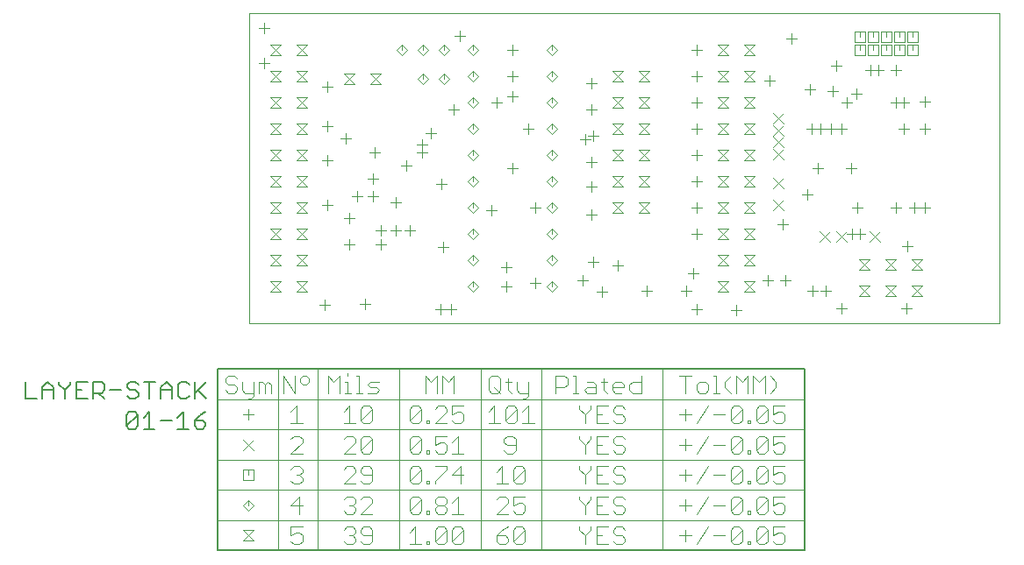
<source format=gbr>
G75*
G70*
%OFA0B0*%
%FSLAX24Y24*%
%IPPOS*%
%LPD*%
%AMOC8*
5,1,8,0,0,1.08239X$1,22.5*
%
%ADD10C,0.0000*%
%ADD11C,0.0060*%
%ADD12C,0.0040*%
%ADD13C,0.0080*%
D10*
X008885Y008783D02*
X008885Y020594D01*
X037388Y020594D01*
X037388Y008783D01*
X008885Y008783D01*
D11*
X007236Y006561D02*
X006809Y006134D01*
X006916Y006240D02*
X007236Y005920D01*
X006809Y005920D02*
X006809Y006561D01*
X006591Y006454D02*
X006485Y006561D01*
X006271Y006561D01*
X006164Y006454D01*
X006164Y006027D01*
X006271Y005920D01*
X006485Y005920D01*
X006591Y006027D01*
X005947Y005920D02*
X005947Y006347D01*
X005733Y006561D01*
X005520Y006347D01*
X005520Y005920D01*
X005520Y006240D02*
X005947Y006240D01*
X005302Y006561D02*
X004875Y006561D01*
X005089Y006561D02*
X005089Y005920D01*
X004658Y006027D02*
X004658Y006134D01*
X004551Y006240D01*
X004337Y006240D01*
X004231Y006347D01*
X004231Y006454D01*
X004337Y006561D01*
X004551Y006561D01*
X004658Y006454D01*
X004658Y006027D02*
X004551Y005920D01*
X004337Y005920D01*
X004231Y006027D01*
X004013Y006240D02*
X003586Y006240D01*
X003369Y006240D02*
X003262Y006134D01*
X002942Y006134D01*
X003155Y006134D02*
X003369Y005920D01*
X003369Y006240D02*
X003369Y006454D01*
X003262Y006561D01*
X002942Y006561D01*
X002942Y005920D01*
X002724Y005920D02*
X002297Y005920D01*
X002297Y006561D01*
X002724Y006561D01*
X002510Y006240D02*
X002297Y006240D01*
X002079Y006454D02*
X002079Y006561D01*
X002079Y006454D02*
X001866Y006240D01*
X001866Y005920D01*
X001866Y006240D02*
X001652Y006454D01*
X001652Y006561D01*
X001435Y006347D02*
X001435Y005920D01*
X001435Y006240D02*
X001008Y006240D01*
X001008Y006347D02*
X001008Y005920D01*
X000790Y005920D02*
X000363Y005920D01*
X000363Y006561D01*
X001008Y006347D02*
X001221Y006561D01*
X001435Y006347D01*
X004213Y005299D02*
X004213Y004872D01*
X004640Y005299D01*
X004640Y004872D01*
X004534Y004765D01*
X004320Y004765D01*
X004213Y004872D01*
X004858Y004765D02*
X005285Y004765D01*
X005071Y004765D02*
X005071Y005406D01*
X004858Y005192D01*
X004640Y005299D02*
X004534Y005406D01*
X004320Y005406D01*
X004213Y005299D01*
X005502Y005085D02*
X005929Y005085D01*
X006147Y005192D02*
X006360Y005406D01*
X006360Y004765D01*
X006147Y004765D02*
X006574Y004765D01*
X006792Y004872D02*
X006898Y004765D01*
X007112Y004765D01*
X007219Y004872D01*
X007219Y004979D01*
X007112Y005085D01*
X006792Y005085D01*
X006792Y004872D01*
X006792Y005085D02*
X007005Y005299D01*
X007219Y005406D01*
D12*
X007683Y005890D02*
X007683Y007040D01*
X007963Y006680D02*
X008073Y006791D01*
X008294Y006791D01*
X008404Y006680D01*
X008608Y006570D02*
X008608Y006240D01*
X008718Y006130D01*
X009048Y006130D01*
X009048Y006020D02*
X008938Y005910D01*
X008828Y005910D01*
X009048Y006020D02*
X009048Y006570D01*
X009252Y006570D02*
X009363Y006570D01*
X009473Y006460D01*
X009583Y006570D01*
X009693Y006460D01*
X009693Y006130D01*
X009473Y006130D02*
X009473Y006460D01*
X009252Y006570D02*
X009252Y006130D01*
X009983Y005890D02*
X009983Y004740D01*
X009983Y003590D01*
X009983Y002440D01*
X009983Y001290D01*
X009983Y000140D01*
X011483Y000140D01*
X014583Y000140D01*
X014583Y001290D01*
X014583Y002440D01*
X014583Y003590D01*
X014583Y004740D01*
X014583Y005890D01*
X017683Y005890D01*
X017683Y004740D01*
X017683Y003590D01*
X017683Y002440D01*
X017683Y001290D01*
X017683Y000140D01*
X019983Y000140D01*
X024583Y000140D01*
X029983Y000140D01*
X029983Y001290D01*
X029983Y002440D01*
X029983Y003590D01*
X029983Y004740D01*
X029983Y005890D01*
X029983Y007040D01*
X028881Y006570D02*
X028661Y006791D01*
X028457Y006791D02*
X028457Y006130D01*
X028661Y006130D02*
X028881Y006350D01*
X028881Y006570D01*
X028457Y006791D02*
X028237Y006570D01*
X028016Y006791D01*
X028016Y006130D01*
X027812Y006130D02*
X027812Y006791D01*
X027592Y006570D01*
X027372Y006791D01*
X027372Y006130D01*
X027162Y006130D02*
X026942Y006350D01*
X026942Y006570D01*
X027162Y006791D01*
X026623Y006791D02*
X026623Y006130D01*
X026733Y006130D02*
X026512Y006130D01*
X026308Y006240D02*
X026308Y006460D01*
X026198Y006570D01*
X025978Y006570D01*
X025868Y006460D01*
X025868Y006240D01*
X025978Y006130D01*
X026198Y006130D01*
X026308Y006240D01*
X026308Y005641D02*
X025868Y004980D01*
X025444Y005090D02*
X025444Y005530D01*
X025223Y005310D02*
X025664Y005310D01*
X026512Y005310D02*
X026953Y005310D01*
X027157Y005090D02*
X027597Y005530D01*
X027597Y005090D01*
X027487Y004980D01*
X027267Y004980D01*
X027157Y005090D01*
X027157Y005530D01*
X027267Y005641D01*
X027487Y005641D01*
X027597Y005530D01*
X028124Y005530D02*
X028234Y005641D01*
X028454Y005641D01*
X028564Y005530D01*
X028124Y005090D01*
X028234Y004980D01*
X028454Y004980D01*
X028564Y005090D01*
X028564Y005530D01*
X028768Y005641D02*
X028768Y005310D01*
X028989Y005420D01*
X029099Y005420D01*
X029209Y005310D01*
X029209Y005090D01*
X029099Y004980D01*
X028878Y004980D01*
X028768Y005090D01*
X028124Y005090D02*
X028124Y005530D01*
X028768Y005641D02*
X029209Y005641D01*
X029983Y005890D02*
X024583Y005890D01*
X024583Y004740D01*
X024583Y003590D01*
X024583Y002440D01*
X024583Y001290D01*
X024583Y000140D01*
X025444Y000490D02*
X025444Y000930D01*
X025223Y000710D02*
X025664Y000710D01*
X025868Y000380D02*
X026308Y001041D01*
X026512Y000710D02*
X026953Y000710D01*
X027157Y000490D02*
X027597Y000930D01*
X027597Y000490D01*
X027487Y000380D01*
X027267Y000380D01*
X027157Y000490D01*
X027157Y000930D01*
X027267Y001041D01*
X027487Y001041D01*
X027597Y000930D01*
X028124Y000930D02*
X028234Y001041D01*
X028454Y001041D01*
X028564Y000930D01*
X028124Y000490D01*
X028234Y000380D01*
X028454Y000380D01*
X028564Y000490D01*
X028564Y000930D01*
X028768Y001041D02*
X028768Y000710D01*
X028989Y000820D01*
X029099Y000820D01*
X029209Y000710D01*
X029209Y000490D01*
X029099Y000380D01*
X028878Y000380D01*
X028768Y000490D01*
X028124Y000490D02*
X028124Y000930D01*
X028768Y001041D02*
X029209Y001041D01*
X029983Y001290D02*
X024583Y001290D01*
X019983Y001290D01*
X019983Y000140D01*
X019348Y000490D02*
X019238Y000380D01*
X019018Y000380D01*
X018908Y000490D01*
X019348Y000930D01*
X019348Y000490D01*
X018908Y000490D02*
X018908Y000930D01*
X019018Y001041D01*
X019238Y001041D01*
X019348Y000930D01*
X019983Y001290D02*
X019983Y002440D01*
X024583Y002440D01*
X029983Y002440D01*
X029209Y002191D02*
X028768Y002191D01*
X028768Y001860D01*
X028989Y001970D01*
X029099Y001970D01*
X029209Y001860D01*
X029209Y001640D01*
X029099Y001530D01*
X028878Y001530D01*
X028768Y001640D01*
X028564Y001640D02*
X028454Y001530D01*
X028234Y001530D01*
X028124Y001640D01*
X028564Y002080D01*
X028564Y001640D01*
X028124Y001640D02*
X028124Y002080D01*
X028234Y002191D01*
X028454Y002191D01*
X028564Y002080D01*
X027912Y001640D02*
X027912Y001530D01*
X027802Y001530D01*
X027802Y001640D01*
X027912Y001640D01*
X027597Y001640D02*
X027487Y001530D01*
X027267Y001530D01*
X027157Y001640D01*
X027597Y002080D01*
X027597Y001640D01*
X027157Y001640D02*
X027157Y002080D01*
X027267Y002191D01*
X027487Y002191D01*
X027597Y002080D01*
X026953Y001860D02*
X026512Y001860D01*
X026308Y002191D02*
X025868Y001530D01*
X025664Y001860D02*
X025223Y001860D01*
X025444Y002080D02*
X025444Y001640D01*
X025868Y002680D02*
X026308Y003341D01*
X026512Y003010D02*
X026953Y003010D01*
X027157Y002790D02*
X027597Y003230D01*
X027597Y002790D01*
X027487Y002680D01*
X027267Y002680D01*
X027157Y002790D01*
X027157Y003230D01*
X027267Y003341D01*
X027487Y003341D01*
X027597Y003230D01*
X028124Y003230D02*
X028234Y003341D01*
X028454Y003341D01*
X028564Y003230D01*
X028124Y002790D01*
X028234Y002680D01*
X028454Y002680D01*
X028564Y002790D01*
X028564Y003230D01*
X028768Y003341D02*
X028768Y003010D01*
X028989Y003120D01*
X029099Y003120D01*
X029209Y003010D01*
X029209Y002790D01*
X029099Y002680D01*
X028878Y002680D01*
X028768Y002790D01*
X028124Y002790D02*
X028124Y003230D01*
X028768Y003341D02*
X029209Y003341D01*
X029099Y003830D02*
X028878Y003830D01*
X028768Y003940D01*
X028564Y003940D02*
X028454Y003830D01*
X028234Y003830D01*
X028124Y003940D01*
X028564Y004380D01*
X028564Y003940D01*
X028768Y004160D02*
X028989Y004270D01*
X029099Y004270D01*
X029209Y004160D01*
X029209Y003940D01*
X029099Y003830D01*
X028768Y004160D02*
X028768Y004491D01*
X029209Y004491D01*
X028564Y004380D02*
X028454Y004491D01*
X028234Y004491D01*
X028124Y004380D01*
X028124Y003940D01*
X027912Y003940D02*
X027912Y003830D01*
X027802Y003830D01*
X027802Y003940D01*
X027912Y003940D01*
X027597Y003940D02*
X027487Y003830D01*
X027267Y003830D01*
X027157Y003940D01*
X027597Y004380D01*
X027597Y003940D01*
X027157Y003940D02*
X027157Y004380D01*
X027267Y004491D01*
X027487Y004491D01*
X027597Y004380D01*
X027802Y004980D02*
X027912Y004980D01*
X027912Y005090D01*
X027802Y005090D01*
X027802Y004980D01*
X026953Y004160D02*
X026512Y004160D01*
X026308Y004491D02*
X025868Y003830D01*
X025444Y003940D02*
X025444Y004380D01*
X025223Y004160D02*
X025664Y004160D01*
X024583Y003590D02*
X029983Y003590D01*
X029983Y004740D02*
X024583Y004740D01*
X019983Y004740D01*
X019983Y003590D01*
X019983Y002440D01*
X017683Y002440D01*
X014583Y002440D01*
X011483Y002440D01*
X011483Y001290D01*
X011483Y000140D01*
X010894Y000490D02*
X010784Y000380D01*
X010563Y000380D01*
X010453Y000490D01*
X010453Y000710D02*
X010674Y000820D01*
X010784Y000820D01*
X010894Y000710D01*
X010894Y000490D01*
X010453Y000710D02*
X010453Y001041D01*
X010894Y001041D01*
X011483Y001290D02*
X014583Y001290D01*
X017683Y001290D01*
X019983Y001290D01*
X019348Y001640D02*
X019238Y001530D01*
X019018Y001530D01*
X018908Y001640D01*
X018908Y001860D02*
X019128Y001970D01*
X019238Y001970D01*
X019348Y001860D01*
X019348Y001640D01*
X018908Y001860D02*
X018908Y002191D01*
X019348Y002191D01*
X019238Y002680D02*
X019018Y002680D01*
X018908Y002790D01*
X019348Y003230D01*
X019348Y002790D01*
X019238Y002680D01*
X018908Y002790D02*
X018908Y003230D01*
X019018Y003341D01*
X019238Y003341D01*
X019348Y003230D01*
X019983Y003590D02*
X024583Y003590D01*
X025444Y003230D02*
X025444Y002790D01*
X025223Y003010D02*
X025664Y003010D01*
X027802Y002790D02*
X027912Y002790D01*
X027912Y002680D01*
X027802Y002680D01*
X027802Y002790D01*
X027802Y000490D02*
X027912Y000490D01*
X027912Y000380D01*
X027802Y000380D01*
X027802Y000490D01*
X023143Y000490D02*
X023033Y000380D01*
X022813Y000380D01*
X022702Y000490D01*
X022498Y000380D02*
X022058Y000380D01*
X022058Y001041D01*
X022498Y001041D01*
X022702Y000930D02*
X022702Y000820D01*
X022813Y000710D01*
X023033Y000710D01*
X023143Y000600D01*
X023143Y000490D01*
X023143Y000930D02*
X023033Y001041D01*
X022813Y001041D01*
X022702Y000930D01*
X022278Y000710D02*
X022058Y000710D01*
X021854Y000930D02*
X021854Y001041D01*
X021854Y000930D02*
X021634Y000710D01*
X021634Y000380D01*
X021634Y000710D02*
X021413Y000930D01*
X021413Y001041D01*
X021634Y001530D02*
X021634Y001860D01*
X021854Y002080D01*
X021854Y002191D01*
X022058Y002191D02*
X022058Y001530D01*
X022498Y001530D01*
X022702Y001640D02*
X022813Y001530D01*
X023033Y001530D01*
X023143Y001640D01*
X023143Y001750D01*
X023033Y001860D01*
X022813Y001860D01*
X022702Y001970D01*
X022702Y002080D01*
X022813Y002191D01*
X023033Y002191D01*
X023143Y002080D01*
X022498Y002191D02*
X022058Y002191D01*
X021634Y001860D02*
X021413Y002080D01*
X021413Y002191D01*
X021634Y002680D02*
X021634Y003010D01*
X021854Y003230D01*
X021854Y003341D01*
X022058Y003341D02*
X022058Y002680D01*
X022498Y002680D01*
X022702Y002790D02*
X022813Y002680D01*
X023033Y002680D01*
X023143Y002790D01*
X023143Y002900D01*
X023033Y003010D01*
X022813Y003010D01*
X022702Y003120D01*
X022702Y003230D01*
X022813Y003341D01*
X023033Y003341D01*
X023143Y003230D01*
X022498Y003341D02*
X022058Y003341D01*
X021634Y003010D02*
X021413Y003230D01*
X021413Y003341D01*
X021634Y003830D02*
X021634Y004160D01*
X021854Y004380D01*
X021854Y004491D01*
X022058Y004491D02*
X022058Y003830D01*
X022498Y003830D01*
X022702Y003940D02*
X022813Y003830D01*
X023033Y003830D01*
X023143Y003940D01*
X023143Y004050D01*
X023033Y004160D01*
X022813Y004160D01*
X022702Y004270D01*
X022702Y004380D01*
X022813Y004491D01*
X023033Y004491D01*
X023143Y004380D01*
X023033Y004980D02*
X022813Y004980D01*
X022702Y005090D01*
X022498Y004980D02*
X022058Y004980D01*
X022058Y005641D01*
X022498Y005641D01*
X022702Y005530D02*
X022702Y005420D01*
X022813Y005310D01*
X023033Y005310D01*
X023143Y005200D01*
X023143Y005090D01*
X023033Y004980D01*
X022498Y004491D02*
X022058Y004491D01*
X022058Y004160D02*
X022278Y004160D01*
X021634Y004160D02*
X021413Y004380D01*
X021413Y004491D01*
X021634Y004980D02*
X021634Y005310D01*
X021854Y005530D01*
X021854Y005641D01*
X021634Y005310D02*
X021413Y005530D01*
X021413Y005641D01*
X021388Y006130D02*
X021168Y006130D01*
X021278Y006130D02*
X021278Y006791D01*
X021168Y006791D01*
X020964Y006680D02*
X020964Y006460D01*
X020854Y006350D01*
X020523Y006350D01*
X020523Y006130D02*
X020523Y006791D01*
X020854Y006791D01*
X020964Y006680D01*
X021708Y006570D02*
X021928Y006570D01*
X022038Y006460D01*
X022038Y006130D01*
X021708Y006130D01*
X021598Y006240D01*
X021708Y006350D01*
X022038Y006350D01*
X022242Y006570D02*
X022462Y006570D01*
X022352Y006680D02*
X022352Y006240D01*
X022462Y006130D01*
X022672Y006240D02*
X022672Y006460D01*
X022782Y006570D01*
X023002Y006570D01*
X023112Y006460D01*
X023112Y006350D01*
X022672Y006350D01*
X022672Y006240D02*
X022782Y006130D01*
X023002Y006130D01*
X023316Y006240D02*
X023316Y006460D01*
X023426Y006570D01*
X023757Y006570D01*
X023757Y006791D02*
X023757Y006130D01*
X023426Y006130D01*
X023316Y006240D01*
X023033Y005641D02*
X022813Y005641D01*
X022702Y005530D01*
X023033Y005641D02*
X023143Y005530D01*
X022278Y005310D02*
X022058Y005310D01*
X019983Y004740D02*
X019983Y005890D01*
X024583Y005890D01*
X024583Y007040D01*
X025223Y006791D02*
X025664Y006791D01*
X025444Y006791D02*
X025444Y006130D01*
X026512Y006791D02*
X026623Y006791D01*
X027385Y009103D02*
X027385Y009503D01*
X027185Y009303D02*
X027585Y009303D01*
X027685Y009983D02*
X028085Y009983D01*
X027685Y010383D01*
X028085Y010383D01*
X027685Y009983D01*
X027085Y009983D02*
X026685Y010383D01*
X027085Y010383D01*
X026685Y009983D01*
X027085Y009983D01*
X026085Y009333D02*
X025685Y009333D01*
X025885Y009533D02*
X025885Y009133D01*
X025485Y009833D02*
X025485Y010233D01*
X025285Y010033D02*
X025685Y010033D01*
X025735Y010483D02*
X025735Y010883D01*
X025535Y010683D02*
X025935Y010683D01*
X026685Y010983D02*
X027085Y010983D01*
X026685Y011383D01*
X027085Y011383D01*
X026685Y010983D01*
X027685Y010983D02*
X028085Y010983D01*
X027685Y011383D01*
X028085Y011383D01*
X027685Y010983D01*
X028385Y010433D02*
X028785Y010433D01*
X029035Y010433D02*
X029435Y010433D01*
X029235Y010633D02*
X029235Y010233D01*
X028585Y010233D02*
X028585Y010633D01*
X030085Y010033D02*
X030485Y010033D01*
X030585Y010033D02*
X030985Y010033D01*
X030785Y010233D02*
X030785Y009833D01*
X030285Y009833D02*
X030285Y010233D01*
X031385Y009563D02*
X031385Y009163D01*
X031185Y009363D02*
X031585Y009363D01*
X032035Y009833D02*
X032435Y009833D01*
X032035Y010233D01*
X032435Y010233D01*
X032035Y009833D01*
X033035Y009833D02*
X033435Y009833D01*
X033035Y010233D01*
X033435Y010233D01*
X033035Y009833D01*
X033635Y009363D02*
X034035Y009363D01*
X033835Y009563D02*
X033835Y009163D01*
X034035Y009833D02*
X034435Y009833D01*
X034035Y010233D01*
X034435Y010233D01*
X034035Y009833D01*
X034035Y010833D02*
X034435Y010833D01*
X034035Y011233D01*
X034435Y011233D01*
X034035Y010833D01*
X033435Y010833D02*
X033035Y011233D01*
X033435Y011233D01*
X033035Y010833D01*
X033435Y010833D01*
X032435Y010833D02*
X032035Y011233D01*
X032435Y011233D01*
X032035Y010833D01*
X032435Y010833D01*
X033881Y011533D02*
X033881Y011933D01*
X033681Y011733D02*
X034081Y011733D01*
X032835Y011883D02*
X032435Y012283D01*
X032285Y012183D02*
X031585Y012183D01*
X031585Y012283D02*
X031185Y011883D01*
X030935Y011883D02*
X030535Y012283D01*
X030935Y012283D02*
X030535Y011883D01*
X031185Y012283D02*
X031585Y011883D01*
X031785Y011983D02*
X031785Y012383D01*
X032085Y012383D02*
X032085Y011983D01*
X032435Y011883D02*
X032835Y012283D01*
X033435Y012983D02*
X033435Y013383D01*
X033235Y013183D02*
X033635Y013183D01*
X033955Y013183D02*
X034735Y013183D01*
X034535Y013383D02*
X034535Y012983D01*
X034155Y012983D02*
X034155Y013383D01*
X032185Y013183D02*
X031785Y013183D01*
X031985Y013383D02*
X031985Y012983D01*
X030285Y013683D02*
X029885Y013683D01*
X030085Y013883D02*
X030085Y013483D01*
X029185Y013483D02*
X028785Y013083D01*
X028785Y013483D02*
X029185Y013083D01*
X029135Y012763D02*
X029135Y012363D01*
X028935Y012563D02*
X029335Y012563D01*
X028085Y012383D02*
X027685Y011983D01*
X028085Y011983D01*
X027685Y012383D01*
X028085Y012383D01*
X028085Y012983D02*
X027685Y012983D01*
X028085Y013383D01*
X027685Y013383D01*
X028085Y012983D01*
X027085Y012983D02*
X026685Y013383D01*
X027085Y013383D01*
X026685Y012983D01*
X027085Y012983D01*
X027085Y012383D02*
X026685Y012383D01*
X027085Y011983D01*
X026685Y011983D01*
X027085Y012383D01*
X026085Y012183D02*
X025685Y012183D01*
X025885Y012383D02*
X025885Y011983D01*
X025885Y012983D02*
X025885Y013383D01*
X025685Y013183D02*
X026085Y013183D01*
X025885Y013983D02*
X025885Y014383D01*
X025685Y014183D02*
X026085Y014183D01*
X026685Y014383D02*
X027085Y013983D01*
X026685Y013983D01*
X027085Y014383D01*
X026685Y014383D01*
X026685Y014983D02*
X027085Y014983D01*
X026685Y015383D01*
X027085Y015383D01*
X026685Y014983D01*
X026085Y015183D02*
X025685Y015183D01*
X025885Y015383D02*
X025885Y014983D01*
X025885Y015983D02*
X025885Y016383D01*
X025685Y016183D02*
X026085Y016183D01*
X026685Y016383D02*
X027085Y015983D01*
X026685Y015983D01*
X027085Y016383D01*
X026685Y016383D01*
X026685Y016983D02*
X027085Y016983D01*
X026685Y017383D01*
X027085Y017383D01*
X026685Y016983D01*
X026085Y017183D02*
X025685Y017183D01*
X025885Y017383D02*
X025885Y016983D01*
X025885Y017983D02*
X025885Y018383D01*
X025685Y018183D02*
X026085Y018183D01*
X026685Y018383D02*
X027085Y017983D01*
X026685Y017983D01*
X027085Y018383D01*
X026685Y018383D01*
X026685Y018983D02*
X027085Y018983D01*
X026685Y019383D01*
X027085Y019383D01*
X026685Y018983D01*
X026085Y019183D02*
X025685Y019183D01*
X025885Y019383D02*
X025885Y018983D01*
X024085Y018383D02*
X023685Y017983D01*
X024085Y017983D01*
X023685Y018383D01*
X024085Y018383D01*
X023085Y018383D02*
X022685Y017983D01*
X023085Y017983D01*
X022685Y018383D01*
X023085Y018383D01*
X022085Y017933D02*
X021685Y017933D01*
X021885Y018133D02*
X021885Y017733D01*
X021885Y017133D02*
X021885Y016733D01*
X021685Y016933D02*
X022085Y016933D01*
X022685Y016983D02*
X023085Y016983D01*
X022685Y017383D01*
X023085Y017383D01*
X022685Y016983D01*
X023685Y016983D02*
X024085Y016983D01*
X023685Y017383D01*
X024085Y017383D01*
X023685Y016983D01*
X023685Y016383D02*
X024085Y015983D01*
X023685Y015983D01*
X024085Y016383D01*
X023685Y016383D01*
X023085Y016383D02*
X022685Y015983D01*
X023085Y015983D01*
X022685Y016383D01*
X023085Y016383D01*
X022135Y015933D02*
X021735Y015933D01*
X021635Y015983D02*
X021635Y015583D01*
X021435Y015783D02*
X021835Y015783D01*
X021935Y015733D02*
X021935Y016133D01*
X020585Y016183D02*
X020385Y015983D01*
X020185Y016183D01*
X020385Y016383D01*
X020585Y016183D01*
X020385Y016183D02*
X020385Y016383D01*
X019685Y016183D02*
X019285Y016183D01*
X019485Y016383D02*
X019485Y015983D01*
X020185Y015183D02*
X020385Y015383D01*
X020585Y015183D01*
X020385Y014983D01*
X020185Y015183D01*
X020385Y015183D02*
X020385Y015383D01*
X021685Y014933D02*
X022085Y014933D01*
X021885Y015133D02*
X021885Y014733D01*
X021885Y014183D02*
X021885Y013783D01*
X021685Y013983D02*
X022085Y013983D01*
X022685Y013983D02*
X023085Y013983D01*
X022685Y014383D01*
X023085Y014383D01*
X022685Y013983D01*
X023685Y013983D02*
X024085Y013983D01*
X023685Y014383D01*
X024085Y014383D01*
X023685Y013983D01*
X023685Y013383D02*
X024085Y012983D01*
X023685Y012983D01*
X024085Y013383D01*
X023685Y013383D01*
X023085Y013383D02*
X022685Y012983D01*
X023085Y012983D01*
X022685Y013383D01*
X023085Y013383D01*
X022085Y012933D02*
X021685Y012933D01*
X021885Y013133D02*
X021885Y012733D01*
X020585Y013183D02*
X020385Y012983D01*
X020185Y013183D01*
X020385Y013383D01*
X020585Y013183D01*
X020385Y013183D02*
X020385Y013383D01*
X019935Y013183D02*
X019535Y013183D01*
X019735Y013383D02*
X019735Y012983D01*
X020385Y012383D02*
X020185Y012183D01*
X020385Y011983D01*
X020585Y012183D01*
X020385Y012383D01*
X020385Y012183D01*
X020385Y011383D02*
X020185Y011183D01*
X020385Y010983D01*
X020585Y011183D01*
X020385Y011383D01*
X020385Y011183D01*
X019735Y010533D02*
X019735Y010133D01*
X019535Y010333D02*
X019935Y010333D01*
X020185Y010183D02*
X020385Y010383D01*
X020585Y010183D01*
X020385Y009983D01*
X020185Y010183D01*
X020385Y010183D02*
X020385Y010383D01*
X021335Y010433D02*
X021735Y010433D01*
X021535Y010633D02*
X021535Y010233D01*
X022085Y009983D02*
X022485Y009983D01*
X022285Y010183D02*
X022285Y009783D01*
X023785Y010033D02*
X024185Y010033D01*
X023985Y010233D02*
X023985Y009833D01*
X022885Y010783D02*
X022885Y011183D01*
X022685Y010983D02*
X023085Y010983D01*
X022135Y011133D02*
X021735Y011133D01*
X021935Y011333D02*
X021935Y010933D01*
X018835Y010933D02*
X018435Y010933D01*
X018635Y011133D02*
X018635Y010733D01*
X018635Y010383D02*
X018635Y009983D01*
X018435Y010183D02*
X018835Y010183D01*
X017585Y010183D02*
X017385Y009983D01*
X017185Y010183D01*
X017385Y010383D01*
X017585Y010183D01*
X017385Y010183D02*
X017385Y010383D01*
X017385Y010983D02*
X017185Y011183D01*
X017385Y011383D01*
X017585Y011183D01*
X017385Y010983D01*
X017385Y011183D02*
X017385Y011383D01*
X016435Y011683D02*
X016035Y011683D01*
X016235Y011883D02*
X016235Y011483D01*
X017185Y012183D02*
X017385Y011983D01*
X017585Y012183D01*
X017385Y012383D01*
X017185Y012183D01*
X017385Y012183D02*
X017385Y012383D01*
X017385Y012983D02*
X017185Y013183D01*
X017385Y013383D01*
X017585Y013183D01*
X017385Y012983D01*
X017385Y013183D02*
X017385Y013383D01*
X017885Y013083D02*
X018285Y013083D01*
X018085Y013283D02*
X018085Y012883D01*
X017385Y013983D02*
X017185Y014183D01*
X017385Y014383D01*
X017585Y014183D01*
X017385Y013983D01*
X017385Y014183D02*
X017385Y014383D01*
X016385Y014083D02*
X015985Y014083D01*
X016185Y014283D02*
X016185Y013883D01*
X014835Y014583D02*
X014835Y014983D01*
X014635Y014783D02*
X015035Y014783D01*
X015435Y015083D02*
X015435Y015783D01*
X015235Y015583D02*
X015635Y015583D01*
X015635Y015283D02*
X015235Y015283D01*
X015785Y015833D02*
X015785Y016233D01*
X015585Y016033D02*
X015985Y016033D01*
X017185Y016183D02*
X017385Y015983D01*
X017585Y016183D01*
X017385Y016383D01*
X017185Y016183D01*
X017385Y016183D02*
X017385Y016383D01*
X016635Y016733D02*
X016635Y017133D01*
X016435Y016933D02*
X016835Y016933D01*
X017185Y017183D02*
X017385Y017383D01*
X017585Y017183D01*
X017385Y016983D01*
X017185Y017183D01*
X017385Y017183D02*
X017385Y017383D01*
X017385Y017983D02*
X017185Y018183D01*
X017385Y018383D01*
X017585Y018183D01*
X017385Y017983D01*
X017385Y018183D02*
X017385Y018383D01*
X016472Y018083D02*
X016272Y017883D01*
X016072Y018083D01*
X016272Y018283D01*
X016472Y018083D01*
X016272Y018083D02*
X016272Y018283D01*
X015685Y018083D02*
X015485Y017883D01*
X015285Y018083D01*
X015485Y018283D01*
X015685Y018083D01*
X015485Y018083D02*
X015485Y018283D01*
X015472Y018983D02*
X015272Y019183D01*
X015472Y019383D01*
X015672Y019183D01*
X015472Y018983D01*
X015472Y019183D02*
X015472Y019383D01*
X016059Y019183D02*
X016259Y019383D01*
X016459Y019183D01*
X016259Y018983D01*
X016059Y019183D01*
X016259Y019183D02*
X016259Y019383D01*
X016685Y019733D02*
X017085Y019733D01*
X016885Y019933D02*
X016885Y019533D01*
X017185Y019183D02*
X017385Y019383D01*
X017585Y019183D01*
X017385Y018983D01*
X017185Y019183D01*
X017385Y019183D02*
X017385Y019383D01*
X018685Y019183D02*
X019085Y019183D01*
X018885Y019383D02*
X018885Y018983D01*
X018885Y018383D02*
X018885Y017983D01*
X018685Y018183D02*
X019085Y018183D01*
X018885Y017633D02*
X018885Y017233D01*
X018685Y017433D02*
X019085Y017433D01*
X018485Y017183D02*
X018085Y017183D01*
X018285Y017383D02*
X018285Y016983D01*
X020185Y017183D02*
X020385Y016983D01*
X020585Y017183D01*
X020385Y017383D01*
X020185Y017183D01*
X020385Y017183D02*
X020385Y017383D01*
X020385Y017983D02*
X020185Y018183D01*
X020385Y018383D01*
X020585Y018183D01*
X020385Y017983D01*
X020385Y018183D02*
X020385Y018383D01*
X020385Y018983D02*
X020185Y019183D01*
X020385Y019383D01*
X020585Y019183D01*
X020385Y018983D01*
X020385Y019183D02*
X020385Y019383D01*
X014885Y019183D02*
X014685Y018983D01*
X014485Y019183D01*
X014685Y019383D01*
X014885Y019183D01*
X014685Y019183D02*
X014685Y019383D01*
X013885Y018283D02*
X013485Y018283D01*
X013885Y017883D01*
X013485Y017883D01*
X013885Y018283D01*
X012885Y018283D02*
X012485Y017883D01*
X012885Y017883D01*
X012485Y018283D01*
X012885Y018283D01*
X012035Y017783D02*
X011635Y017783D01*
X011835Y017983D02*
X011835Y017583D01*
X011085Y017383D02*
X010685Y016983D01*
X011085Y016983D01*
X010685Y017383D01*
X011085Y017383D01*
X011085Y017983D02*
X010685Y017983D01*
X011085Y018383D01*
X010685Y018383D01*
X011085Y017983D01*
X010085Y017983D02*
X009685Y018383D01*
X010085Y018383D01*
X009685Y017983D01*
X010085Y017983D01*
X010085Y017383D02*
X009685Y017383D01*
X010085Y016983D01*
X009685Y016983D01*
X010085Y017383D01*
X011835Y016483D02*
X011835Y016083D01*
X011635Y016283D02*
X012035Y016283D01*
X012335Y015833D02*
X012735Y015833D01*
X012535Y016033D02*
X012535Y015633D01*
X011835Y015183D02*
X011835Y014783D01*
X011635Y014983D02*
X012035Y014983D01*
X011085Y014983D02*
X010685Y015383D01*
X011085Y015383D01*
X010685Y014983D01*
X011085Y014983D01*
X010085Y014983D02*
X009685Y015383D01*
X010085Y015383D01*
X009685Y014983D01*
X010085Y014983D01*
X010085Y014383D02*
X009685Y014383D01*
X010085Y013983D01*
X009685Y013983D01*
X010085Y014383D01*
X010685Y014383D02*
X011085Y013983D01*
X010685Y013983D01*
X011085Y014383D01*
X010685Y014383D01*
X011835Y013483D02*
X011835Y013083D01*
X011635Y013283D02*
X012035Y013283D01*
X012685Y012983D02*
X012685Y012583D01*
X012485Y012783D02*
X012885Y012783D01*
X013685Y012333D02*
X014085Y012333D01*
X014235Y012333D02*
X014635Y012333D01*
X014785Y012333D02*
X015185Y012333D01*
X014985Y012533D02*
X014985Y012133D01*
X014435Y012133D02*
X014435Y012533D01*
X013885Y012533D02*
X013885Y012133D01*
X013885Y011983D02*
X013885Y011583D01*
X013685Y011783D02*
X014085Y011783D01*
X012885Y011783D02*
X012485Y011783D01*
X012685Y011983D02*
X012685Y011583D01*
X011085Y011383D02*
X010685Y010983D01*
X011085Y010983D01*
X010685Y011383D01*
X011085Y011383D01*
X010085Y011383D02*
X009685Y010983D01*
X010085Y010983D01*
X009685Y011383D01*
X010085Y011383D01*
X010085Y011983D02*
X009685Y011983D01*
X010085Y012383D01*
X009685Y012383D01*
X010085Y011983D01*
X010685Y011983D02*
X011085Y011983D01*
X010685Y012383D01*
X011085Y012383D01*
X010685Y011983D01*
X010685Y012983D02*
X011085Y012983D01*
X010685Y013383D01*
X011085Y013383D01*
X010685Y012983D01*
X010085Y012983D02*
X009685Y013383D01*
X010085Y013383D01*
X009685Y012983D01*
X010085Y012983D01*
X012785Y013633D02*
X013185Y013633D01*
X013385Y013633D02*
X013785Y013633D01*
X013585Y013833D02*
X013585Y013433D01*
X012985Y013433D02*
X012985Y013833D01*
X013585Y014083D02*
X013585Y014483D01*
X013385Y014283D02*
X013785Y014283D01*
X014435Y013583D02*
X014435Y013183D01*
X014235Y013383D02*
X014635Y013383D01*
X013635Y015083D02*
X013635Y015483D01*
X013435Y015283D02*
X013835Y015283D01*
X011085Y015983D02*
X010685Y016383D01*
X011085Y016383D01*
X010685Y015983D01*
X011085Y015983D01*
X010085Y015983D02*
X009685Y016383D01*
X010085Y016383D01*
X009685Y015983D01*
X010085Y015983D01*
X009435Y018483D02*
X009435Y018883D01*
X009685Y018983D02*
X010085Y018983D01*
X009685Y019383D01*
X010085Y019383D01*
X009685Y018983D01*
X009635Y018683D02*
X009235Y018683D01*
X010685Y018983D02*
X011085Y018983D01*
X010685Y019383D01*
X011085Y019383D01*
X010685Y018983D01*
X009435Y019833D02*
X009435Y020233D01*
X009235Y020033D02*
X009635Y020033D01*
X017185Y015183D02*
X017385Y015383D01*
X017585Y015183D01*
X017385Y014983D01*
X017185Y015183D01*
X017385Y015183D02*
X017385Y015383D01*
X018685Y014683D02*
X019085Y014683D01*
X018885Y014883D02*
X018885Y014483D01*
X020185Y014183D02*
X020385Y013983D01*
X020585Y014183D01*
X020385Y014383D01*
X020185Y014183D01*
X020385Y014183D02*
X020385Y014383D01*
X022685Y014983D02*
X023085Y014983D01*
X022685Y015383D01*
X023085Y015383D01*
X022685Y014983D01*
X023685Y014983D02*
X024085Y014983D01*
X023685Y015383D01*
X024085Y015383D01*
X023685Y014983D01*
X027685Y014983D02*
X028085Y014983D01*
X027685Y015383D01*
X028085Y015383D01*
X027685Y014983D01*
X028785Y015033D02*
X029185Y015433D01*
X029185Y015483D02*
X028785Y015883D01*
X028785Y015933D02*
X029185Y016333D01*
X029185Y016383D02*
X028785Y016783D01*
X029185Y016783D02*
X028785Y016383D01*
X028785Y016333D02*
X029185Y015933D01*
X029185Y015883D02*
X028785Y015483D01*
X028785Y015433D02*
X029185Y015033D01*
X029185Y014333D02*
X028785Y013933D01*
X028785Y014333D02*
X029185Y013933D01*
X028085Y013983D02*
X027685Y014383D01*
X028085Y014383D01*
X027685Y013983D01*
X028085Y013983D01*
X030285Y014683D02*
X030685Y014683D01*
X030485Y014883D02*
X030485Y014483D01*
X031535Y014683D02*
X031935Y014683D01*
X031735Y014883D02*
X031735Y014483D01*
X031385Y015983D02*
X031385Y016383D01*
X031585Y016183D02*
X030035Y016183D01*
X030235Y016383D02*
X030235Y015983D01*
X030585Y015983D02*
X030585Y016383D01*
X030985Y016383D02*
X030985Y015983D01*
X031585Y016983D02*
X031585Y017383D01*
X031735Y017533D02*
X032135Y017533D01*
X031935Y017733D02*
X031935Y017333D01*
X031785Y017183D02*
X031385Y017183D01*
X031035Y017433D02*
X031035Y017833D01*
X030835Y017633D02*
X031235Y017633D01*
X030385Y017683D02*
X029985Y017683D01*
X030185Y017883D02*
X030185Y017483D01*
X028835Y018033D02*
X028435Y018033D01*
X028635Y018233D02*
X028635Y017833D01*
X028085Y017983D02*
X027685Y018383D01*
X028085Y018383D01*
X027685Y017983D01*
X028085Y017983D01*
X028085Y017383D02*
X027685Y017383D01*
X028085Y016983D01*
X027685Y016983D01*
X028085Y017383D01*
X028085Y016383D02*
X027685Y016383D01*
X028085Y015983D01*
X027685Y015983D01*
X028085Y016383D01*
X031185Y018383D02*
X031185Y018783D01*
X030985Y018583D02*
X031385Y018583D01*
X031885Y018983D02*
X031885Y019383D01*
X032085Y019383D01*
X032285Y019383D01*
X032285Y018983D01*
X031885Y018983D01*
X032085Y019183D02*
X032085Y019383D01*
X032285Y019483D02*
X031885Y019483D01*
X031885Y019883D01*
X032085Y019883D01*
X032285Y019883D01*
X032285Y019483D01*
X032385Y019483D02*
X032385Y019883D01*
X032585Y019883D01*
X032785Y019883D01*
X032785Y019483D01*
X032385Y019483D01*
X032385Y019383D02*
X032585Y019383D01*
X032785Y019383D01*
X032785Y018983D01*
X032385Y018983D01*
X032385Y019383D01*
X032585Y019383D02*
X032585Y019183D01*
X032885Y018983D02*
X032885Y019383D01*
X033085Y019383D01*
X033285Y019383D01*
X033285Y018983D01*
X032885Y018983D01*
X033085Y019183D02*
X033085Y019383D01*
X033285Y019483D02*
X032885Y019483D01*
X032885Y019883D01*
X033085Y019883D01*
X033285Y019883D01*
X033285Y019483D01*
X033385Y019483D02*
X033385Y019883D01*
X033585Y019883D01*
X033785Y019883D01*
X033785Y019483D01*
X033385Y019483D01*
X033385Y019383D02*
X033585Y019383D01*
X033785Y019383D01*
X033785Y018983D01*
X033385Y018983D01*
X033385Y019383D01*
X033585Y019383D02*
X033585Y019183D01*
X033885Y018983D02*
X033885Y019383D01*
X034085Y019383D01*
X034285Y019383D01*
X034285Y018983D01*
X033885Y018983D01*
X034085Y019183D02*
X034085Y019383D01*
X034285Y019483D02*
X033885Y019483D01*
X033885Y019883D01*
X034085Y019883D01*
X034285Y019883D01*
X034285Y019483D01*
X034085Y019683D02*
X034085Y019883D01*
X033585Y019883D02*
X033585Y019683D01*
X033085Y019683D02*
X033085Y019883D01*
X032585Y019883D02*
X032585Y019683D01*
X032085Y019683D02*
X032085Y019883D01*
X029685Y019633D02*
X029285Y019633D01*
X029485Y019833D02*
X029485Y019433D01*
X028085Y019383D02*
X027685Y018983D01*
X028085Y018983D01*
X027685Y019383D01*
X028085Y019383D01*
X032285Y018433D02*
X032985Y018433D01*
X033235Y018433D02*
X033635Y018433D01*
X033435Y018633D02*
X033435Y018233D01*
X032785Y018233D02*
X032785Y018633D01*
X032485Y018633D02*
X032485Y018233D01*
X033435Y017383D02*
X033435Y016983D01*
X033235Y017183D02*
X033935Y017183D01*
X033735Y017383D02*
X033735Y016983D01*
X034333Y017206D02*
X034733Y017206D01*
X034533Y017406D02*
X034533Y017006D01*
X034535Y016383D02*
X034535Y015983D01*
X034335Y016183D02*
X034735Y016183D01*
X033945Y016183D02*
X033545Y016183D01*
X033745Y016383D02*
X033745Y015983D01*
X016735Y009333D02*
X015935Y009333D01*
X016135Y009533D02*
X016135Y009133D01*
X016535Y009133D02*
X016535Y009533D01*
X013485Y009533D02*
X013085Y009533D01*
X013285Y009733D02*
X013285Y009333D01*
X011935Y009483D02*
X011535Y009483D01*
X011735Y009683D02*
X011735Y009283D01*
X011085Y009983D02*
X010685Y009983D01*
X011085Y010383D01*
X010685Y010383D01*
X011085Y009983D01*
X010085Y009983D02*
X009685Y010383D01*
X010085Y010383D01*
X009685Y009983D01*
X010085Y009983D01*
X009983Y007040D02*
X009983Y005890D01*
X011483Y005890D01*
X011483Y004740D01*
X011483Y003590D01*
X011483Y002440D01*
X009983Y002440D01*
X007683Y002440D01*
X008633Y002810D02*
X008633Y003210D01*
X008833Y003210D01*
X009033Y003210D01*
X009033Y002810D01*
X008633Y002810D01*
X008833Y003010D02*
X008833Y003210D01*
X007683Y003590D02*
X009983Y003590D01*
X011483Y003590D01*
X014583Y003590D01*
X017683Y003590D01*
X019983Y003590D01*
X018994Y003940D02*
X018994Y004380D01*
X018884Y004491D01*
X018663Y004491D01*
X018553Y004380D01*
X018553Y004270D01*
X018663Y004160D01*
X018994Y004160D01*
X018994Y003940D02*
X018884Y003830D01*
X018663Y003830D01*
X018553Y003940D01*
X018484Y003341D02*
X018484Y002680D01*
X018704Y002680D02*
X018263Y002680D01*
X018263Y003120D02*
X018484Y003341D01*
X017015Y003010D02*
X016575Y003010D01*
X016905Y003341D01*
X016905Y002680D01*
X016795Y002191D02*
X016795Y001530D01*
X016575Y001530D02*
X017015Y001530D01*
X016371Y001640D02*
X016371Y001750D01*
X016260Y001860D01*
X016040Y001860D01*
X015930Y001970D01*
X015930Y002080D01*
X016040Y002191D01*
X016260Y002191D01*
X016371Y002080D01*
X016371Y001970D01*
X016260Y001860D01*
X016040Y001860D02*
X015930Y001750D01*
X015930Y001640D01*
X016040Y001530D01*
X016260Y001530D01*
X016371Y001640D01*
X016575Y001970D02*
X016795Y002191D01*
X015930Y002680D02*
X015930Y002790D01*
X016371Y003230D01*
X016371Y003341D01*
X015930Y003341D01*
X016040Y003830D02*
X015930Y003940D01*
X016040Y003830D02*
X016260Y003830D01*
X016371Y003940D01*
X016371Y004160D01*
X016260Y004270D01*
X016150Y004270D01*
X015930Y004160D01*
X015930Y004491D01*
X016371Y004491D01*
X016575Y004270D02*
X016795Y004491D01*
X016795Y003830D01*
X016575Y003830D02*
X017015Y003830D01*
X015718Y003830D02*
X015608Y003830D01*
X015608Y003940D01*
X015718Y003940D01*
X015718Y003830D01*
X015404Y003940D02*
X015294Y003830D01*
X015073Y003830D01*
X014963Y003940D01*
X015404Y004380D01*
X015404Y003940D01*
X014963Y003940D02*
X014963Y004380D01*
X015073Y004491D01*
X015294Y004491D01*
X015404Y004380D01*
X015294Y004980D02*
X015073Y004980D01*
X014963Y005090D01*
X015404Y005530D01*
X015404Y005090D01*
X015294Y004980D01*
X015608Y004980D02*
X015608Y005090D01*
X015718Y005090D01*
X015718Y004980D01*
X015608Y004980D01*
X015930Y004980D02*
X016371Y005420D01*
X016371Y005530D01*
X016260Y005641D01*
X016040Y005641D01*
X015930Y005530D01*
X016575Y005641D02*
X016575Y005310D01*
X016795Y005420D01*
X016905Y005420D01*
X017015Y005310D01*
X017015Y005090D01*
X016905Y004980D01*
X016685Y004980D01*
X016575Y005090D01*
X016371Y004980D02*
X015930Y004980D01*
X015404Y005530D02*
X015294Y005641D01*
X015073Y005641D01*
X014963Y005530D01*
X014963Y005090D01*
X014583Y004740D02*
X017683Y004740D01*
X019983Y004740D01*
X019693Y004980D02*
X019252Y004980D01*
X019473Y004980D02*
X019473Y005641D01*
X019252Y005420D01*
X019048Y005530D02*
X018938Y005641D01*
X018718Y005641D01*
X018608Y005530D01*
X018608Y005090D01*
X019048Y005530D01*
X019048Y005090D01*
X018938Y004980D01*
X018718Y004980D01*
X018608Y005090D01*
X018404Y004980D02*
X017963Y004980D01*
X018184Y004980D02*
X018184Y005641D01*
X017963Y005420D01*
X017683Y005890D02*
X019983Y005890D01*
X019983Y007040D01*
X019478Y006570D02*
X019478Y006020D01*
X019368Y005910D01*
X019258Y005910D01*
X019148Y006130D02*
X019478Y006130D01*
X019148Y006130D02*
X019038Y006240D01*
X019038Y006570D01*
X018828Y006570D02*
X018608Y006570D01*
X018718Y006680D02*
X018718Y006240D01*
X018828Y006130D01*
X018404Y006130D02*
X018184Y006350D01*
X018404Y006240D02*
X018294Y006130D01*
X018073Y006130D01*
X017963Y006240D01*
X017963Y006680D01*
X018073Y006791D01*
X018294Y006791D01*
X018404Y006680D01*
X018404Y006240D01*
X017683Y005890D02*
X017683Y007040D01*
X016648Y006791D02*
X016428Y006570D01*
X016208Y006791D01*
X016208Y006130D01*
X016004Y006130D02*
X016004Y006791D01*
X015784Y006570D01*
X015563Y006791D01*
X015563Y006130D01*
X016648Y006130D02*
X016648Y006791D01*
X016575Y005641D02*
X017015Y005641D01*
X014583Y005890D02*
X014583Y007040D01*
X013808Y006570D02*
X013477Y006570D01*
X013367Y006460D01*
X013477Y006350D01*
X013698Y006350D01*
X013808Y006240D01*
X013698Y006130D01*
X013367Y006130D01*
X013158Y006130D02*
X012938Y006130D01*
X013048Y006130D02*
X013048Y006791D01*
X012938Y006791D01*
X012618Y006791D02*
X012618Y006901D01*
X012618Y006570D02*
X012508Y006570D01*
X012618Y006570D02*
X012618Y006130D01*
X012508Y006130D02*
X012728Y006130D01*
X012304Y006130D02*
X012304Y006791D01*
X012084Y006570D01*
X011863Y006791D01*
X011863Y006130D01*
X011483Y005890D02*
X014583Y005890D01*
X013548Y005530D02*
X013108Y005090D01*
X013218Y004980D01*
X013438Y004980D01*
X013548Y005090D01*
X013548Y005530D01*
X013438Y005641D01*
X013218Y005641D01*
X013108Y005530D01*
X013108Y005090D01*
X012904Y004980D02*
X012463Y004980D01*
X012684Y004980D02*
X012684Y005641D01*
X012463Y005420D01*
X011483Y005890D02*
X011483Y007040D01*
X011138Y006680D02*
X011028Y006791D01*
X010918Y006791D01*
X010808Y006680D01*
X010808Y006570D01*
X010918Y006460D01*
X011028Y006460D01*
X011138Y006570D01*
X011138Y006680D01*
X010604Y006791D02*
X010604Y006130D01*
X010163Y006791D01*
X010163Y006130D01*
X009983Y005890D02*
X007683Y005890D01*
X007963Y006240D02*
X008073Y006130D01*
X008294Y006130D01*
X008404Y006240D01*
X008404Y006350D01*
X008294Y006460D01*
X008073Y006460D01*
X007963Y006570D01*
X007963Y006680D01*
X008833Y005510D02*
X008833Y005110D01*
X008633Y005310D02*
X009033Y005310D01*
X009983Y004740D02*
X007683Y004740D01*
X008633Y004360D02*
X009033Y003960D01*
X009033Y004360D02*
X008633Y003960D01*
X009983Y004740D02*
X011483Y004740D01*
X014583Y004740D01*
X013548Y004380D02*
X013108Y003940D01*
X013218Y003830D01*
X013438Y003830D01*
X013548Y003940D01*
X013548Y004380D01*
X013438Y004491D01*
X013218Y004491D01*
X013108Y004380D01*
X013108Y003940D01*
X012904Y003830D02*
X012463Y003830D01*
X012904Y004270D01*
X012904Y004380D01*
X012794Y004491D01*
X012573Y004491D01*
X012463Y004380D01*
X010894Y004380D02*
X010894Y004270D01*
X010453Y003830D01*
X010894Y003830D01*
X010784Y003341D02*
X010894Y003230D01*
X010894Y003120D01*
X010784Y003010D01*
X010894Y002900D01*
X010894Y002790D01*
X010784Y002680D01*
X010563Y002680D01*
X010453Y002790D01*
X010674Y003010D02*
X010784Y003010D01*
X010453Y003230D02*
X010563Y003341D01*
X010784Y003341D01*
X012463Y003230D02*
X012573Y003341D01*
X012794Y003341D01*
X012904Y003230D01*
X012904Y003120D01*
X012463Y002680D01*
X012904Y002680D01*
X013108Y002790D02*
X013218Y002680D01*
X013438Y002680D01*
X013548Y002790D01*
X013548Y003230D01*
X013438Y003341D01*
X013218Y003341D01*
X013108Y003230D01*
X013108Y003120D01*
X013218Y003010D01*
X013548Y003010D01*
X013438Y002191D02*
X013218Y002191D01*
X013108Y002080D01*
X012904Y002080D02*
X012794Y002191D01*
X012573Y002191D01*
X012463Y002080D01*
X012684Y001860D02*
X012794Y001860D01*
X012904Y001750D01*
X012904Y001640D01*
X012794Y001530D01*
X012573Y001530D01*
X012463Y001640D01*
X012794Y001860D02*
X012904Y001970D01*
X012904Y002080D01*
X013438Y002191D02*
X013548Y002080D01*
X013548Y001970D01*
X013108Y001530D01*
X013548Y001530D01*
X013438Y001041D02*
X013218Y001041D01*
X013108Y000930D01*
X013108Y000820D01*
X013218Y000710D01*
X013548Y000710D01*
X013548Y000490D02*
X013548Y000930D01*
X013438Y001041D01*
X012904Y000930D02*
X012904Y000820D01*
X012794Y000710D01*
X012904Y000600D01*
X012904Y000490D01*
X012794Y000380D01*
X012573Y000380D01*
X012463Y000490D01*
X012684Y000710D02*
X012794Y000710D01*
X012904Y000930D02*
X012794Y001041D01*
X012573Y001041D01*
X012463Y000930D01*
X013108Y000490D02*
X013218Y000380D01*
X013438Y000380D01*
X013548Y000490D01*
X014583Y000140D02*
X017683Y000140D01*
X018263Y000490D02*
X018373Y000380D01*
X018594Y000380D01*
X018704Y000490D01*
X018704Y000600D01*
X018594Y000710D01*
X018263Y000710D01*
X018263Y000490D01*
X018263Y000710D02*
X018484Y000930D01*
X018704Y001041D01*
X018704Y001530D02*
X018263Y001530D01*
X018704Y001970D01*
X018704Y002080D01*
X018594Y002191D01*
X018373Y002191D01*
X018263Y002080D01*
X017015Y000930D02*
X016575Y000490D01*
X016685Y000380D01*
X016905Y000380D01*
X017015Y000490D01*
X017015Y000930D01*
X016905Y001041D01*
X016685Y001041D01*
X016575Y000930D01*
X016575Y000490D01*
X016371Y000490D02*
X016260Y000380D01*
X016040Y000380D01*
X015930Y000490D01*
X016371Y000930D01*
X016371Y000490D01*
X015930Y000490D02*
X015930Y000930D01*
X016040Y001041D01*
X016260Y001041D01*
X016371Y000930D01*
X015718Y000490D02*
X015718Y000380D01*
X015608Y000380D01*
X015608Y000490D01*
X015718Y000490D01*
X015404Y000380D02*
X014963Y000380D01*
X015184Y000380D02*
X015184Y001041D01*
X014963Y000820D01*
X015073Y001530D02*
X014963Y001640D01*
X015404Y002080D01*
X015404Y001640D01*
X015294Y001530D01*
X015073Y001530D01*
X014963Y001640D02*
X014963Y002080D01*
X015073Y002191D01*
X015294Y002191D01*
X015404Y002080D01*
X015608Y001640D02*
X015718Y001640D01*
X015718Y001530D01*
X015608Y001530D01*
X015608Y001640D01*
X015608Y002680D02*
X015718Y002680D01*
X015718Y002790D01*
X015608Y002790D01*
X015608Y002680D01*
X015404Y002790D02*
X015294Y002680D01*
X015073Y002680D01*
X014963Y002790D01*
X015404Y003230D01*
X015404Y002790D01*
X014963Y002790D02*
X014963Y003230D01*
X015073Y003341D01*
X015294Y003341D01*
X015404Y003230D01*
X011483Y001290D02*
X009983Y001290D01*
X007683Y001290D01*
X008633Y000910D02*
X009033Y000510D01*
X008633Y000510D01*
X009033Y000910D01*
X008633Y000910D01*
X008833Y001660D02*
X008633Y001860D01*
X008833Y002060D01*
X009033Y001860D01*
X008833Y001660D01*
X008833Y001860D02*
X008833Y002060D01*
X010453Y001860D02*
X010894Y001860D01*
X010784Y001530D02*
X010784Y002191D01*
X010453Y001860D01*
X009983Y000140D02*
X007683Y000140D01*
X010453Y004380D02*
X010563Y004491D01*
X010784Y004491D01*
X010894Y004380D01*
X010894Y004980D02*
X010453Y004980D01*
X010674Y004980D02*
X010674Y005641D01*
X010453Y005420D01*
X022058Y003010D02*
X022278Y003010D01*
X022278Y001860D02*
X022058Y001860D01*
D13*
X007683Y000140D02*
X007683Y007040D01*
X029983Y007040D01*
X029983Y000140D01*
X007683Y000140D01*
M02*

</source>
